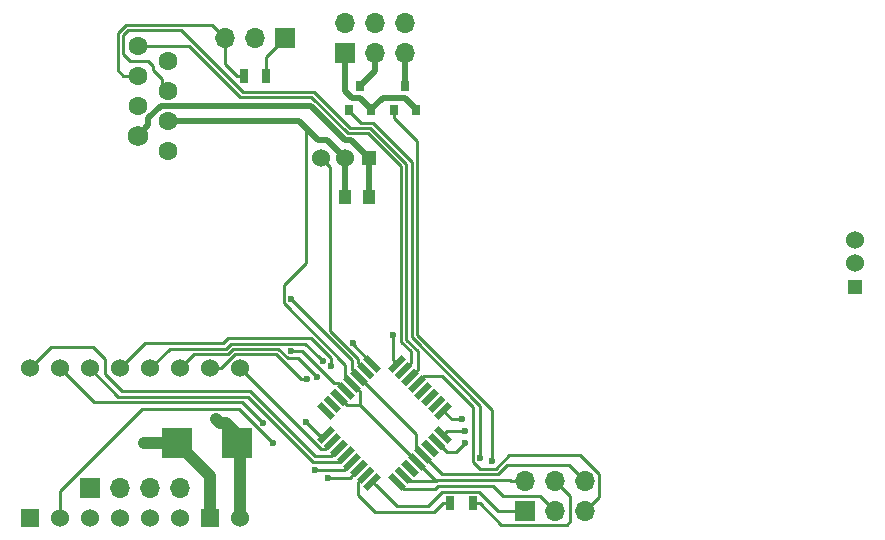
<source format=gtl>
G04 #@! TF.FileFunction,Copper,L1,Top,Signal*
%FSLAX46Y46*%
G04 Gerber Fmt 4.6, Leading zero omitted, Abs format (unit mm)*
G04 Created by KiCad (PCBNEW 4.0.6) date 08/22/17 00:05:49*
%MOMM*%
%LPD*%
G01*
G04 APERTURE LIST*
%ADD10C,0.100000*%
%ADD11R,1.200000X1.300000*%
%ADD12C,1.524000*%
%ADD13R,1.700000X1.700000*%
%ADD14O,1.700000X1.700000*%
%ADD15R,1.524000X1.524000*%
%ADD16R,0.800000X0.900000*%
%ADD17R,1.000000X1.250000*%
%ADD18R,2.550000X2.500000*%
%ADD19R,1.300000X1.200000*%
%ADD20R,0.700000X1.300000*%
%ADD21C,1.600000*%
%ADD22C,1.750000*%
%ADD23C,0.600000*%
%ADD24C,0.250000*%
%ADD25C,0.500000*%
%ADD26C,1.000000*%
G04 APERTURE END LIST*
D10*
D11*
X29940000Y31750000D03*
D12*
X27940000Y31750000D03*
X25940000Y31750000D03*
D13*
X22860000Y41910000D03*
D14*
X20320000Y41910000D03*
X17780000Y41910000D03*
D15*
X1270000Y1270000D03*
D12*
X3810000Y1270000D03*
X6350000Y1270000D03*
X8890000Y1270000D03*
X11430000Y1270000D03*
X13970000Y1270000D03*
D15*
X16510000Y1270000D03*
D12*
X19050000Y1270000D03*
X19050000Y13970000D03*
X16510000Y13970000D03*
X13970000Y13970000D03*
X11430000Y13970000D03*
X8890000Y13970000D03*
X6350000Y13970000D03*
X3810000Y13970000D03*
X1270000Y13970000D03*
D16*
X32070000Y35830000D03*
X33970000Y35830000D03*
X33020000Y37830000D03*
D17*
X27956000Y28448000D03*
X29956000Y28448000D03*
D18*
X18796000Y7620000D03*
X13746000Y7620000D03*
D13*
X43180000Y1905000D03*
D14*
X43180000Y4445000D03*
X45720000Y1905000D03*
X45720000Y4445000D03*
X48260000Y1905000D03*
X48260000Y4445000D03*
D13*
X6350000Y3810000D03*
D14*
X8890000Y3810000D03*
X11430000Y3810000D03*
X13970000Y3810000D03*
D13*
X27940000Y40640000D03*
D14*
X27940000Y43180000D03*
X30480000Y40640000D03*
X30480000Y43180000D03*
X33020000Y40640000D03*
X33020000Y43180000D03*
D19*
X71120000Y20860000D03*
D12*
X71120000Y22860000D03*
X71120000Y24860000D03*
D16*
X28260000Y35830000D03*
X30160000Y35830000D03*
X29210000Y37830000D03*
D20*
X38730000Y2540000D03*
X36830000Y2540000D03*
X21270000Y38735000D03*
X19370000Y38735000D03*
D10*
G36*
X29493766Y14705954D02*
X29882675Y15094863D01*
X31014046Y13963492D01*
X30625137Y13574583D01*
X29493766Y14705954D01*
X29493766Y14705954D01*
G37*
G36*
X28928081Y14140268D02*
X29316990Y14529177D01*
X30448361Y13397806D01*
X30059452Y13008897D01*
X28928081Y14140268D01*
X28928081Y14140268D01*
G37*
G36*
X28362395Y13574583D02*
X28751304Y13963492D01*
X29882675Y12832121D01*
X29493766Y12443212D01*
X28362395Y13574583D01*
X28362395Y13574583D01*
G37*
G36*
X27796710Y13008898D02*
X28185619Y13397807D01*
X29316990Y12266436D01*
X28928081Y11877527D01*
X27796710Y13008898D01*
X27796710Y13008898D01*
G37*
G36*
X27231024Y12443212D02*
X27619933Y12832121D01*
X28751304Y11700750D01*
X28362395Y11311841D01*
X27231024Y12443212D01*
X27231024Y12443212D01*
G37*
G36*
X26665339Y11877527D02*
X27054248Y12266436D01*
X28185619Y11135065D01*
X27796710Y10746156D01*
X26665339Y11877527D01*
X26665339Y11877527D01*
G37*
G36*
X26099654Y11311841D02*
X26488563Y11700750D01*
X27619934Y10569379D01*
X27231025Y10180470D01*
X26099654Y11311841D01*
X26099654Y11311841D01*
G37*
G36*
X25533968Y10746156D02*
X25922877Y11135065D01*
X27054248Y10003694D01*
X26665339Y9614785D01*
X25533968Y10746156D01*
X25533968Y10746156D01*
G37*
G36*
X25922877Y7564175D02*
X25533968Y7953084D01*
X26665339Y9084455D01*
X27054248Y8695546D01*
X25922877Y7564175D01*
X25922877Y7564175D01*
G37*
G36*
X26488563Y6998490D02*
X26099654Y7387399D01*
X27231025Y8518770D01*
X27619934Y8129861D01*
X26488563Y6998490D01*
X26488563Y6998490D01*
G37*
G36*
X27054248Y6432804D02*
X26665339Y6821713D01*
X27796710Y7953084D01*
X28185619Y7564175D01*
X27054248Y6432804D01*
X27054248Y6432804D01*
G37*
G36*
X27619933Y5867119D02*
X27231024Y6256028D01*
X28362395Y7387399D01*
X28751304Y6998490D01*
X27619933Y5867119D01*
X27619933Y5867119D01*
G37*
G36*
X28185619Y5301433D02*
X27796710Y5690342D01*
X28928081Y6821713D01*
X29316990Y6432804D01*
X28185619Y5301433D01*
X28185619Y5301433D01*
G37*
G36*
X28751304Y4735748D02*
X28362395Y5124657D01*
X29493766Y6256028D01*
X29882675Y5867119D01*
X28751304Y4735748D01*
X28751304Y4735748D01*
G37*
G36*
X29316990Y4170063D02*
X28928081Y4558972D01*
X30059452Y5690343D01*
X30448361Y5301434D01*
X29316990Y4170063D01*
X29316990Y4170063D01*
G37*
G36*
X29882675Y3604377D02*
X29493766Y3993286D01*
X30625137Y5124657D01*
X31014046Y4735748D01*
X29882675Y3604377D01*
X29882675Y3604377D01*
G37*
G36*
X31544376Y4735748D02*
X31933285Y5124657D01*
X33064656Y3993286D01*
X32675747Y3604377D01*
X31544376Y4735748D01*
X31544376Y4735748D01*
G37*
G36*
X32110061Y5301434D02*
X32498970Y5690343D01*
X33630341Y4558972D01*
X33241432Y4170063D01*
X32110061Y5301434D01*
X32110061Y5301434D01*
G37*
G36*
X32675747Y5867119D02*
X33064656Y6256028D01*
X34196027Y5124657D01*
X33807118Y4735748D01*
X32675747Y5867119D01*
X32675747Y5867119D01*
G37*
G36*
X33241432Y6432804D02*
X33630341Y6821713D01*
X34761712Y5690342D01*
X34372803Y5301433D01*
X33241432Y6432804D01*
X33241432Y6432804D01*
G37*
G36*
X33807118Y6998490D02*
X34196027Y7387399D01*
X35327398Y6256028D01*
X34938489Y5867119D01*
X33807118Y6998490D01*
X33807118Y6998490D01*
G37*
G36*
X34372803Y7564175D02*
X34761712Y7953084D01*
X35893083Y6821713D01*
X35504174Y6432804D01*
X34372803Y7564175D01*
X34372803Y7564175D01*
G37*
G36*
X34938488Y8129861D02*
X35327397Y8518770D01*
X36458768Y7387399D01*
X36069859Y6998490D01*
X34938488Y8129861D01*
X34938488Y8129861D01*
G37*
G36*
X35504174Y8695546D02*
X35893083Y9084455D01*
X37024454Y7953084D01*
X36635545Y7564175D01*
X35504174Y8695546D01*
X35504174Y8695546D01*
G37*
G36*
X35893083Y9614785D02*
X35504174Y10003694D01*
X36635545Y11135065D01*
X37024454Y10746156D01*
X35893083Y9614785D01*
X35893083Y9614785D01*
G37*
G36*
X35327397Y10180470D02*
X34938488Y10569379D01*
X36069859Y11700750D01*
X36458768Y11311841D01*
X35327397Y10180470D01*
X35327397Y10180470D01*
G37*
G36*
X34761712Y10746156D02*
X34372803Y11135065D01*
X35504174Y12266436D01*
X35893083Y11877527D01*
X34761712Y10746156D01*
X34761712Y10746156D01*
G37*
G36*
X34196027Y11311841D02*
X33807118Y11700750D01*
X34938489Y12832121D01*
X35327398Y12443212D01*
X34196027Y11311841D01*
X34196027Y11311841D01*
G37*
G36*
X33630341Y11877527D02*
X33241432Y12266436D01*
X34372803Y13397807D01*
X34761712Y13008898D01*
X33630341Y11877527D01*
X33630341Y11877527D01*
G37*
G36*
X33064656Y12443212D02*
X32675747Y12832121D01*
X33807118Y13963492D01*
X34196027Y13574583D01*
X33064656Y12443212D01*
X33064656Y12443212D01*
G37*
G36*
X32498970Y13008897D02*
X32110061Y13397806D01*
X33241432Y14529177D01*
X33630341Y14140268D01*
X32498970Y13008897D01*
X32498970Y13008897D01*
G37*
G36*
X31933285Y13574583D02*
X31544376Y13963492D01*
X32675747Y15094863D01*
X33064656Y14705954D01*
X31933285Y13574583D01*
X31933285Y13574583D01*
G37*
D21*
X10414000Y41275000D03*
X12954000Y40005000D03*
X10414000Y38735000D03*
X12954000Y37465000D03*
X10414000Y36195000D03*
X12954000Y34925000D03*
D22*
X10414000Y33655000D03*
D21*
X12954000Y32385000D03*
D23*
X21844000Y7620000D03*
X23374485Y15424979D03*
X23368000Y19812000D03*
X10922000Y7620000D03*
X17018000Y9652000D03*
X24638000Y9398000D03*
X25400000Y5334000D03*
X39370000Y6350000D03*
X26453683Y4708990D03*
X40386000Y6096000D03*
X21013545Y9334354D03*
X28573155Y16127154D03*
X24677905Y13047119D03*
X38100000Y7620000D03*
X25530596Y13232687D03*
X38100000Y8636000D03*
X26042378Y14586694D03*
X37846000Y9652000D03*
X26759598Y14187446D03*
X32004000Y16764000D03*
D24*
X22742998Y21000000D02*
X22742998Y19447489D01*
X24638000Y22895002D02*
X22742998Y21000000D01*
X24638000Y34290000D02*
X24638000Y22895002D01*
X33389666Y4410738D02*
X35583883Y4410738D01*
X32870201Y4930203D02*
X33389666Y4410738D01*
X35583883Y4410738D02*
X35618145Y4445000D01*
X35618145Y4445000D02*
X35491145Y4572000D01*
X35491145Y4572000D02*
X34001572Y6061573D01*
X35549134Y4514011D02*
X35491145Y4572000D01*
X43180000Y4445000D02*
X41977919Y4445000D01*
X41908908Y4514011D02*
X35687156Y4514011D01*
X41977919Y4445000D02*
X41908908Y4514011D01*
X35687156Y4514011D02*
X35618145Y4445000D01*
X27920455Y13274062D02*
X28556850Y12637667D01*
X27920455Y14270032D02*
X27920455Y13274062D01*
X22742998Y19447489D02*
X27920455Y14270032D01*
D25*
X24003000Y34925000D02*
X24638000Y34290000D01*
X12954000Y34925000D02*
X24003000Y34925000D01*
X27956000Y28448000D02*
X27956000Y31734000D01*
X27956000Y31734000D02*
X27940000Y31750000D01*
X25654000Y33274000D02*
X26416000Y33274000D01*
X26416000Y33274000D02*
X27940000Y31750000D01*
X24638000Y34290000D02*
X25654000Y33274000D01*
D24*
X3810000Y1270000D02*
X3810000Y3555002D01*
X3810000Y3555002D02*
X10732007Y10477009D01*
X10732007Y10477009D02*
X18986991Y10477009D01*
X18986991Y10477009D02*
X21844000Y7620000D01*
X29193245Y10869900D02*
X28061874Y10869901D01*
X28061874Y10869901D02*
X27425479Y11506296D01*
X27940000Y32025000D02*
X27940000Y31750000D01*
X28556850Y12637667D02*
X29193245Y12001272D01*
X29193245Y12001272D02*
X29193245Y10869900D01*
X29193245Y10869900D02*
X34001572Y6061573D01*
X27700000Y31990000D02*
X27940000Y31750000D01*
X23798749Y15424979D02*
X23374485Y15424979D01*
X24292264Y15424979D02*
X23798749Y15424979D01*
X27008867Y12708376D02*
X24292264Y15424979D01*
X27991164Y12071981D02*
X27354769Y12708376D01*
X27354769Y12708376D02*
X27008867Y12708376D01*
D25*
X25030600Y36174799D02*
X25155399Y36050000D01*
X25155399Y36050000D02*
X27931399Y33274000D01*
X10414000Y33655000D02*
X11288999Y34529999D01*
X11288999Y34529999D02*
X11288999Y35110001D01*
X11288999Y35110001D02*
X12378998Y36200000D01*
X12378998Y36200000D02*
X25005399Y36200000D01*
X25005399Y36200000D02*
X25155399Y36050000D01*
X29940000Y31800000D02*
X29940000Y31750000D01*
X27931399Y33274000D02*
X28466000Y33274000D01*
X28466000Y33274000D02*
X29940000Y31800000D01*
D24*
X28486140Y14693860D02*
X23368000Y19812000D01*
X29122535Y13203352D02*
X28486140Y13839747D01*
X28486140Y13839747D02*
X28486140Y14693860D01*
D26*
X13746000Y7620000D02*
X10922000Y7620000D01*
X13746000Y7620000D02*
X16510000Y4856000D01*
X16510000Y4856000D02*
X16510000Y1270000D01*
D25*
X28549998Y36830000D02*
X29210000Y36830000D01*
X29210000Y36830000D02*
X30160000Y35880000D01*
X30160000Y35880000D02*
X30160000Y35830000D01*
X27940000Y40640000D02*
X27940000Y37439998D01*
X27940000Y37439998D02*
X28549998Y36830000D01*
X33020000Y36830000D02*
X31110000Y36830000D01*
X31110000Y36830000D02*
X30160000Y35880000D01*
X33970000Y35830000D02*
X33970000Y35880000D01*
X33970000Y35880000D02*
X33020000Y36830000D01*
X29956000Y28448000D02*
X29956000Y31734000D01*
X29956000Y31734000D02*
X29940000Y31750000D01*
D24*
X36173530Y5020987D02*
X34567258Y6627259D01*
X41651415Y5800000D02*
X40872402Y5020987D01*
X46905000Y5800000D02*
X41651415Y5800000D01*
X48260000Y4445000D02*
X46905000Y5800000D01*
X40872402Y5020987D02*
X36173530Y5020987D01*
X34567258Y6627259D02*
X33930863Y7263654D01*
X33930863Y7263654D02*
X33930863Y8395024D01*
X33930863Y8395024D02*
X29122535Y13203352D01*
X29700000Y31990000D02*
X29940000Y31750000D01*
D26*
X17825999Y9352001D02*
X18796000Y8382000D01*
X18796000Y8382000D02*
X18796000Y7620000D01*
X17018000Y9652000D02*
X17317999Y9352001D01*
X17317999Y9352001D02*
X17825999Y9352001D01*
X19050000Y1270000D02*
X19050000Y7366000D01*
X19050000Y7366000D02*
X18796000Y7620000D01*
D24*
X32332423Y2286000D02*
X30519070Y4099353D01*
X36155411Y3515001D02*
X34926410Y2286000D01*
X30519070Y4099353D02*
X30253906Y4364517D01*
X39282588Y3515001D02*
X36155411Y3515001D01*
X34926410Y2286000D02*
X32332423Y2286000D01*
X40892589Y1905000D02*
X39282588Y3515001D01*
X43180000Y1905000D02*
X40892589Y1905000D01*
X44870001Y2754999D02*
X45720000Y1905000D01*
X44450000Y3175000D02*
X44870001Y2754999D01*
X41275000Y3175000D02*
X44450000Y3175000D01*
X40484988Y3965012D02*
X41275000Y3175000D01*
X35774568Y3965012D02*
X40484988Y3965012D01*
X35537678Y3728122D02*
X35774568Y3965012D01*
X32940911Y3728122D02*
X35537678Y3728122D01*
X32304516Y4364517D02*
X32940911Y3728122D01*
X45720000Y4445000D02*
X46990000Y3175000D01*
X46990000Y3175000D02*
X46990000Y1016000D01*
X46990000Y1016000D02*
X46703999Y729999D01*
X46703999Y729999D02*
X41140001Y729999D01*
X41140001Y729999D02*
X39330000Y2540000D01*
X39330000Y2540000D02*
X38730000Y2540000D01*
X34637967Y13274062D02*
X34001572Y12637667D01*
X36127528Y13274062D02*
X34637967Y13274062D01*
X39323998Y5470998D02*
X38744998Y6049998D01*
X40686002Y5470998D02*
X39323998Y5470998D01*
X41819004Y6604000D02*
X40686002Y5470998D01*
X47840002Y6604000D02*
X41819004Y6604000D01*
X49435001Y3080001D02*
X49435001Y5009001D01*
X48260000Y1905000D02*
X49435001Y3080001D01*
X49435001Y5009001D02*
X47840002Y6604000D01*
X38744998Y6049998D02*
X38744998Y10656592D01*
X38744998Y10656592D02*
X36127528Y13274062D01*
X9600000Y42600000D02*
X9144000Y42144000D01*
X33435887Y13203352D02*
X34072282Y13839747D01*
X12400000Y38019000D02*
X12954000Y37465000D01*
X9144000Y40600000D02*
X9744000Y40000000D01*
X34072282Y13839747D02*
X34072282Y15454897D01*
X11200000Y40000000D02*
X11264999Y39935001D01*
X34072282Y15454897D02*
X33135980Y16391199D01*
X33135980Y16391199D02*
X33135980Y31251609D01*
X33135980Y31251609D02*
X30088567Y34299022D01*
X14032822Y42600000D02*
X9600000Y42600000D01*
X30088567Y34299022D02*
X28355976Y34299022D01*
X28355976Y34299022D02*
X25279965Y37375033D01*
X25279965Y37375033D02*
X19257789Y37375033D01*
X19257789Y37375033D02*
X14032822Y42600000D01*
X9144000Y42144000D02*
X9144000Y40600000D01*
X9744000Y40000000D02*
X11200000Y40000000D01*
X11264999Y39935001D02*
X11266200Y39935001D01*
X11266200Y39935001D02*
X11684000Y39517201D01*
X11684000Y39517201D02*
X11684000Y39200000D01*
X11684000Y39200000D02*
X12400000Y38484000D01*
X12400000Y38484000D02*
X12400000Y38019000D01*
X16930001Y42759999D02*
X17780000Y41910000D01*
X16639991Y43050009D02*
X16930001Y42759999D01*
X9413599Y43050009D02*
X16639991Y43050009D01*
X8693989Y42330400D02*
X9413599Y43050009D01*
X8693989Y39217575D02*
X8693989Y42330400D01*
X9176564Y38735000D02*
X8693989Y39217575D01*
X10414000Y38735000D02*
X9176564Y38735000D01*
X19370000Y38735000D02*
X18770000Y38735000D01*
X17780000Y39725000D02*
X17780000Y41910000D01*
X18770000Y38735000D02*
X17780000Y39725000D01*
X10414000Y41275000D02*
X14721411Y41275000D01*
X14721411Y41275000D02*
X19071389Y36925022D01*
X19071389Y36925022D02*
X25093565Y36925022D01*
X32685969Y31065209D02*
X32685969Y16204799D01*
X32685969Y16204799D02*
X33506596Y15384172D01*
X25093565Y36925022D02*
X28169576Y33849011D01*
X28169576Y33849011D02*
X29902167Y33849011D01*
X29902167Y33849011D02*
X32685969Y31065209D01*
X33506596Y15384172D02*
X33506596Y14405432D01*
X33506596Y14405432D02*
X32870201Y13769037D01*
X21270000Y38735000D02*
X21270000Y40320000D01*
X21270000Y40320000D02*
X22860000Y41910000D01*
D25*
X30480000Y39150000D02*
X30480000Y40640000D01*
X29210000Y37830000D02*
X29210000Y37880000D01*
X29210000Y37880000D02*
X30480000Y39150000D01*
X33020000Y37830000D02*
X33020000Y40640000D01*
D24*
X25940000Y31750000D02*
X26701999Y30988001D01*
X26701999Y30988001D02*
X26701999Y17114411D01*
X26701999Y17114411D02*
X29051826Y14764584D01*
X29051826Y14764584D02*
X29051826Y14405432D01*
X29051826Y14405432D02*
X29688221Y13769037D01*
X26294108Y8324315D02*
X25711685Y8324315D01*
X25711685Y8324315D02*
X24638000Y9398000D01*
X29290967Y34749033D02*
X28260000Y35780000D01*
X28260000Y35780000D02*
X28260000Y35830000D01*
X30274967Y34749033D02*
X29290967Y34749033D01*
X33585991Y31438009D02*
X30274967Y34749033D01*
X39370000Y10793590D02*
X33585991Y16577599D01*
X39370000Y6350000D02*
X39370000Y10793590D01*
X33585991Y16577599D02*
X33585991Y31438009D01*
X25400000Y5334000D02*
X27829277Y5334000D01*
X27829277Y5334000D02*
X28556850Y6061573D01*
X40386000Y6096000D02*
X40386000Y10414000D01*
X40386000Y10414000D02*
X34036000Y16764000D01*
X34036000Y16764000D02*
X34036000Y33164000D01*
X34036000Y33164000D02*
X32070000Y35130000D01*
X32070000Y35130000D02*
X32070000Y35830000D01*
X29122535Y5495888D02*
X28335637Y4708990D01*
X28335637Y4708990D02*
X26453683Y4708990D01*
X30480000Y1778000D02*
X29051826Y3206174D01*
X29051826Y3206174D02*
X29051826Y4293808D01*
X29051826Y4293808D02*
X29688221Y4930203D01*
X35468000Y1778000D02*
X30480000Y1778000D01*
X36830000Y2540000D02*
X36230000Y2540000D01*
X36230000Y2540000D02*
X35468000Y1778000D01*
X6661989Y11118011D02*
X19229888Y11118011D01*
X19229888Y11118011D02*
X21013545Y9334354D01*
X3810000Y13970000D02*
X6661989Y11118011D01*
X28573155Y16015474D02*
X28573155Y16127154D01*
X30253906Y14334723D02*
X28573155Y16015474D01*
X25897765Y7122235D02*
X19050000Y13970000D01*
X26223399Y7122235D02*
X25897765Y7122235D01*
X26859794Y7758630D02*
X26223399Y7122235D01*
X3048000Y15748000D02*
X6604000Y15748000D01*
X7620000Y14732000D02*
X7620000Y13462000D01*
X9063967Y12018033D02*
X19891281Y12018033D01*
X19891281Y12018033D02*
X25352765Y6556549D01*
X26789084Y6556549D02*
X27425479Y7192944D01*
X1270000Y13970000D02*
X3048000Y15748000D01*
X25352765Y6556549D02*
X26789084Y6556549D01*
X7620000Y13462000D02*
X9063967Y12018033D01*
X6604000Y15748000D02*
X7620000Y14732000D01*
X27401916Y6038011D02*
X25234892Y6038011D01*
X19704881Y11568022D02*
X8751978Y11568022D01*
X8751978Y11568022D02*
X6350000Y13970000D01*
X25234892Y6038011D02*
X19704881Y11568022D01*
X27991164Y6627259D02*
X27401916Y6038011D01*
X18621206Y15149967D02*
X22088082Y15149967D01*
X22088082Y15149967D02*
X24190930Y13047119D01*
X17441239Y13970000D02*
X18621206Y15149967D01*
X16510000Y13970000D02*
X17441239Y13970000D01*
X24253641Y13047119D02*
X24677905Y13047119D01*
X24190930Y13047119D02*
X24253641Y13047119D01*
X38100000Y7620000D02*
X37338000Y6858000D01*
X37338000Y6858000D02*
X36599258Y6858000D01*
X36599258Y6858000D02*
X35698628Y7758630D01*
X23963306Y14799977D02*
X25230597Y13532686D01*
X23074483Y14799977D02*
X23963306Y14799977D01*
X18014806Y15179978D02*
X18434806Y15599978D01*
X13970000Y13970000D02*
X15179978Y15179978D01*
X18434806Y15599978D02*
X22274482Y15599978D01*
X25230597Y13532686D02*
X25530596Y13232687D01*
X15179978Y15179978D02*
X18014806Y15179978D01*
X22274482Y15599978D02*
X23074483Y14799977D01*
X38100000Y8636000D02*
X36575999Y8636000D01*
X36575999Y8636000D02*
X36264314Y8324315D01*
X13089989Y15629989D02*
X17828406Y15629989D01*
X24579083Y16049989D02*
X25742379Y14886693D01*
X18248406Y16049989D02*
X24579083Y16049989D01*
X11430000Y13970000D02*
X13089989Y15629989D01*
X17828406Y15629989D02*
X18248406Y16049989D01*
X25742379Y14886693D02*
X26042378Y14586694D01*
X37846000Y9652000D02*
X36987239Y9652000D01*
X36987239Y9652000D02*
X36264314Y10374925D01*
X8890000Y13970000D02*
X11000000Y16080000D01*
X25054076Y16500000D02*
X26759598Y14794478D01*
X11000000Y16080000D02*
X17642006Y16080000D01*
X17642006Y16080000D02*
X18062006Y16500000D01*
X18062006Y16500000D02*
X25054076Y16500000D01*
X32039352Y14599887D02*
X32304516Y14334723D01*
X32004000Y16764000D02*
X32004000Y14635239D01*
X32004000Y14635239D02*
X32039352Y14599887D01*
X26759598Y14611710D02*
X26759598Y14187446D01*
X26759598Y14794478D02*
X26759598Y14611710D01*
M02*

</source>
